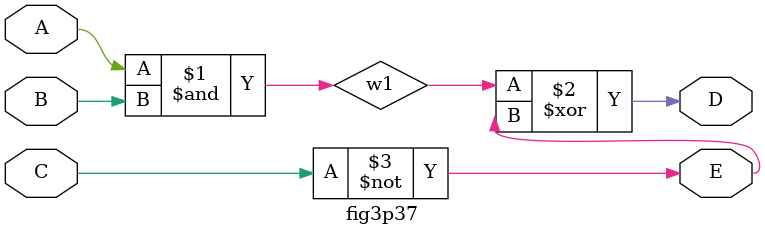
<source format=v>
`timescale 1 ms /1 us
module fig3p37_tb (A,B,C);
output A,B,C;
reg A,B,C;

fig3p37 I1 (A,B,C,D,E);

initial
	begin
		$stop;
		A=1'b0; B=1'b0; C=1'b0;
		#100
		A=1'b1; B=1'b1; C=1'b1;
		#100
		$stop;
	end

//initial #200 $finish;

endmodule

module fig3p37 (A,B,C,D,E);
	output D,E;
	input A,B,C;
	wire w1;

	and G1(w1,A,B);
	not G2(E,C);
	xor G3(D,w1,E);

endmodule

</source>
